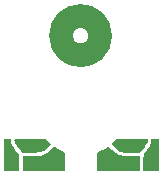
<source format=gbr>
%TF.GenerationSoftware,KiCad,Pcbnew,(5.1.10)-1*%
%TF.CreationDate,2021-10-06T18:31:44-05:00*%
%TF.ProjectId,BYTE_FSR,42595445-5f46-4535-922e-6b696361645f,rev?*%
%TF.SameCoordinates,Original*%
%TF.FileFunction,Soldermask,Bot*%
%TF.FilePolarity,Negative*%
%FSLAX46Y46*%
G04 Gerber Fmt 4.6, Leading zero omitted, Abs format (unit mm)*
G04 Created by KiCad (PCBNEW (5.1.10)-1) date 2021-10-06 18:31:44*
%MOMM*%
%LPD*%
G01*
G04 APERTURE LIST*
%ADD10C,0.010000*%
%ADD11C,2.000000*%
%ADD12C,1.000000*%
G04 APERTURE END LIST*
D10*
%TO.C,J1*%
G36*
X132817299Y-102222708D02*
G01*
X131589632Y-102222708D01*
X131590000Y-101720000D01*
X131591479Y-101507863D01*
X131596700Y-101331731D01*
X131606383Y-101198554D01*
X131970632Y-101198554D01*
X131989767Y-101295196D01*
X132041356Y-101389559D01*
X132116676Y-101469539D01*
X132203466Y-101521653D01*
X132286164Y-101540306D01*
X132381637Y-101541581D01*
X132468733Y-101526059D01*
X132500027Y-101513507D01*
X132557665Y-101466044D01*
X132613039Y-101390776D01*
X132657401Y-101301729D01*
X132680088Y-101224750D01*
X132681651Y-101146240D01*
X132655004Y-101059060D01*
X132651785Y-101051664D01*
X132589024Y-100953318D01*
X132506796Y-100886538D01*
X132412066Y-100849820D01*
X132311799Y-100841663D01*
X132212961Y-100860565D01*
X132122518Y-100905023D01*
X132047435Y-100973536D01*
X131994676Y-101064601D01*
X131971208Y-101176716D01*
X131970632Y-101198554D01*
X131606383Y-101198554D01*
X131607345Y-101185326D01*
X131625098Y-101062370D01*
X131651642Y-100956583D01*
X131688659Y-100861689D01*
X131737834Y-100771408D01*
X131800849Y-100679462D01*
X131879388Y-100579574D01*
X131903594Y-100550284D01*
X132032022Y-100386716D01*
X132129562Y-100239443D01*
X132200007Y-100100484D01*
X132247151Y-99961858D01*
X132274787Y-99815585D01*
X132280951Y-99756476D01*
X132294344Y-99598042D01*
X132817299Y-99598042D01*
X132817299Y-102222708D01*
G37*
X132817299Y-102222708D02*
X131589632Y-102222708D01*
X131590000Y-101720000D01*
X131591479Y-101507863D01*
X131596700Y-101331731D01*
X131606383Y-101198554D01*
X131970632Y-101198554D01*
X131989767Y-101295196D01*
X132041356Y-101389559D01*
X132116676Y-101469539D01*
X132203466Y-101521653D01*
X132286164Y-101540306D01*
X132381637Y-101541581D01*
X132468733Y-101526059D01*
X132500027Y-101513507D01*
X132557665Y-101466044D01*
X132613039Y-101390776D01*
X132657401Y-101301729D01*
X132680088Y-101224750D01*
X132681651Y-101146240D01*
X132655004Y-101059060D01*
X132651785Y-101051664D01*
X132589024Y-100953318D01*
X132506796Y-100886538D01*
X132412066Y-100849820D01*
X132311799Y-100841663D01*
X132212961Y-100860565D01*
X132122518Y-100905023D01*
X132047435Y-100973536D01*
X131994676Y-101064601D01*
X131971208Y-101176716D01*
X131970632Y-101198554D01*
X131606383Y-101198554D01*
X131607345Y-101185326D01*
X131625098Y-101062370D01*
X131651642Y-100956583D01*
X131688659Y-100861689D01*
X131737834Y-100771408D01*
X131800849Y-100679462D01*
X131879388Y-100579574D01*
X131903594Y-100550284D01*
X132032022Y-100386716D01*
X132129562Y-100239443D01*
X132200007Y-100100484D01*
X132247151Y-99961858D01*
X132274787Y-99815585D01*
X132280951Y-99756476D01*
X132294344Y-99598042D01*
X132817299Y-99598042D01*
X132817299Y-102222708D01*
G36*
X128819152Y-100487758D02*
G01*
X129009545Y-100664414D01*
X129203037Y-100812547D01*
X129393245Y-100927549D01*
X129492839Y-100974457D01*
X129576143Y-101003222D01*
X129678331Y-101026585D01*
X129803361Y-101044912D01*
X129955193Y-101058570D01*
X130137785Y-101067924D01*
X130355096Y-101073341D01*
X130581462Y-101075148D01*
X130715484Y-101076163D01*
X130844841Y-101078503D01*
X130959499Y-101081887D01*
X131049422Y-101086034D01*
X131094754Y-101089494D01*
X131224859Y-101103092D01*
X131224859Y-102218895D01*
X127690026Y-102218895D01*
X127690026Y-101227344D01*
X127965083Y-101227344D01*
X127994541Y-101334930D01*
X128060393Y-101432064D01*
X128132868Y-101493433D01*
X128231831Y-101535840D01*
X128340782Y-101539850D01*
X128452431Y-101505714D01*
X128497032Y-101480917D01*
X128590000Y-101400000D01*
X128645705Y-101299159D01*
X128663692Y-101182770D01*
X128648391Y-101077906D01*
X128599423Y-100985924D01*
X128528762Y-100911731D01*
X128428080Y-100847843D01*
X128321629Y-100824806D01*
X128214708Y-100842608D01*
X128112616Y-100901241D01*
X128099170Y-100912567D01*
X128016987Y-101009095D01*
X127972428Y-101116377D01*
X127965083Y-101227344D01*
X127690026Y-101227344D01*
X127690026Y-100801031D01*
X127962344Y-100664572D01*
X128082700Y-100602659D01*
X128210465Y-100534267D01*
X128330582Y-100467606D01*
X128427988Y-100410884D01*
X128430012Y-100409659D01*
X128625361Y-100291204D01*
X128819152Y-100487758D01*
G37*
X128819152Y-100487758D02*
X129009545Y-100664414D01*
X129203037Y-100812547D01*
X129393245Y-100927549D01*
X129492839Y-100974457D01*
X129576143Y-101003222D01*
X129678331Y-101026585D01*
X129803361Y-101044912D01*
X129955193Y-101058570D01*
X130137785Y-101067924D01*
X130355096Y-101073341D01*
X130581462Y-101075148D01*
X130715484Y-101076163D01*
X130844841Y-101078503D01*
X130959499Y-101081887D01*
X131049422Y-101086034D01*
X131094754Y-101089494D01*
X131224859Y-101103092D01*
X131224859Y-102218895D01*
X127690026Y-102218895D01*
X127690026Y-101227344D01*
X127965083Y-101227344D01*
X127994541Y-101334930D01*
X128060393Y-101432064D01*
X128132868Y-101493433D01*
X128231831Y-101535840D01*
X128340782Y-101539850D01*
X128452431Y-101505714D01*
X128497032Y-101480917D01*
X128590000Y-101400000D01*
X128645705Y-101299159D01*
X128663692Y-101182770D01*
X128648391Y-101077906D01*
X128599423Y-100985924D01*
X128528762Y-100911731D01*
X128428080Y-100847843D01*
X128321629Y-100824806D01*
X128214708Y-100842608D01*
X128112616Y-100901241D01*
X128099170Y-100912567D01*
X128016987Y-101009095D01*
X127972428Y-101116377D01*
X127965083Y-101227344D01*
X127690026Y-101227344D01*
X127690026Y-100801031D01*
X127962344Y-100664572D01*
X128082700Y-100602659D01*
X128210465Y-100534267D01*
X128330582Y-100467606D01*
X128427988Y-100410884D01*
X128430012Y-100409659D01*
X128625361Y-100291204D01*
X128819152Y-100487758D01*
G36*
X130554455Y-99597082D02*
G01*
X130778284Y-99597579D01*
X130991465Y-99598570D01*
X131189866Y-99600000D01*
X131369353Y-99601817D01*
X131525793Y-99603964D01*
X131655052Y-99606390D01*
X131752998Y-99609040D01*
X131815496Y-99611859D01*
X131835417Y-99613804D01*
X131887720Y-99625370D01*
X131911623Y-99643534D01*
X131917135Y-99681859D01*
X131915667Y-99722543D01*
X131896628Y-99819502D01*
X131850894Y-99934133D01*
X131783507Y-100056088D01*
X131699508Y-100175024D01*
X131688611Y-100188529D01*
X131624250Y-100268484D01*
X131553759Y-100358270D01*
X131483210Y-100449894D01*
X131418676Y-100535367D01*
X131366229Y-100606697D01*
X131331943Y-100655895D01*
X131325132Y-100666793D01*
X131316164Y-100678577D01*
X131301380Y-100687859D01*
X131276026Y-100694968D01*
X131235346Y-100700235D01*
X131174584Y-100703990D01*
X131088985Y-100706563D01*
X130973793Y-100708286D01*
X130824252Y-100709487D01*
X130700715Y-100710175D01*
X130537576Y-100710348D01*
X130381412Y-100709289D01*
X130239243Y-100707139D01*
X130118091Y-100704038D01*
X130024975Y-100700128D01*
X129966919Y-100695551D01*
X129965580Y-100695377D01*
X129788241Y-100662068D01*
X129628612Y-100609468D01*
X129478150Y-100533073D01*
X129328308Y-100428380D01*
X129170543Y-100290885D01*
X129136786Y-100258568D01*
X129028582Y-100153603D01*
X129970575Y-100153603D01*
X129974130Y-100262688D01*
X130018188Y-100365099D01*
X130101847Y-100458232D01*
X130170628Y-100508546D01*
X130229527Y-100545464D01*
X130268318Y-100563265D01*
X130303466Y-100564151D01*
X130351435Y-100550325D01*
X130388131Y-100537631D01*
X130481042Y-100502497D01*
X130544279Y-100468541D01*
X130589462Y-100427606D01*
X130628209Y-100371537D01*
X130630671Y-100367362D01*
X130673955Y-100255744D01*
X130676392Y-100142845D01*
X130638986Y-100033754D01*
X130562740Y-99933562D01*
X130541163Y-99913491D01*
X130491634Y-99875584D01*
X130443212Y-99856576D01*
X130377460Y-99850437D01*
X130347722Y-99850211D01*
X130216593Y-99867066D01*
X130111535Y-99917090D01*
X130031777Y-100000715D01*
X130008425Y-100040450D01*
X129970575Y-100153603D01*
X129028582Y-100153603D01*
X128914417Y-100042857D01*
X129136289Y-99819360D01*
X129358160Y-99595863D01*
X130554455Y-99597082D01*
G37*
X130554455Y-99597082D02*
X130778284Y-99597579D01*
X130991465Y-99598570D01*
X131189866Y-99600000D01*
X131369353Y-99601817D01*
X131525793Y-99603964D01*
X131655052Y-99606390D01*
X131752998Y-99609040D01*
X131815496Y-99611859D01*
X131835417Y-99613804D01*
X131887720Y-99625370D01*
X131911623Y-99643534D01*
X131917135Y-99681859D01*
X131915667Y-99722543D01*
X131896628Y-99819502D01*
X131850894Y-99934133D01*
X131783507Y-100056088D01*
X131699508Y-100175024D01*
X131688611Y-100188529D01*
X131624250Y-100268484D01*
X131553759Y-100358270D01*
X131483210Y-100449894D01*
X131418676Y-100535367D01*
X131366229Y-100606697D01*
X131331943Y-100655895D01*
X131325132Y-100666793D01*
X131316164Y-100678577D01*
X131301380Y-100687859D01*
X131276026Y-100694968D01*
X131235346Y-100700235D01*
X131174584Y-100703990D01*
X131088985Y-100706563D01*
X130973793Y-100708286D01*
X130824252Y-100709487D01*
X130700715Y-100710175D01*
X130537576Y-100710348D01*
X130381412Y-100709289D01*
X130239243Y-100707139D01*
X130118091Y-100704038D01*
X130024975Y-100700128D01*
X129966919Y-100695551D01*
X129965580Y-100695377D01*
X129788241Y-100662068D01*
X129628612Y-100609468D01*
X129478150Y-100533073D01*
X129328308Y-100428380D01*
X129170543Y-100290885D01*
X129136786Y-100258568D01*
X129028582Y-100153603D01*
X129970575Y-100153603D01*
X129974130Y-100262688D01*
X130018188Y-100365099D01*
X130101847Y-100458232D01*
X130170628Y-100508546D01*
X130229527Y-100545464D01*
X130268318Y-100563265D01*
X130303466Y-100564151D01*
X130351435Y-100550325D01*
X130388131Y-100537631D01*
X130481042Y-100502497D01*
X130544279Y-100468541D01*
X130589462Y-100427606D01*
X130628209Y-100371537D01*
X130630671Y-100367362D01*
X130673955Y-100255744D01*
X130676392Y-100142845D01*
X130638986Y-100033754D01*
X130562740Y-99933562D01*
X130541163Y-99913491D01*
X130491634Y-99875584D01*
X130443212Y-99856576D01*
X130377460Y-99850437D01*
X130347722Y-99850211D01*
X130216593Y-99867066D01*
X130111535Y-99917090D01*
X130031777Y-100000715D01*
X130008425Y-100040450D01*
X129970575Y-100153603D01*
X129028582Y-100153603D01*
X128914417Y-100042857D01*
X129136289Y-99819360D01*
X129358160Y-99595863D01*
X130554455Y-99597082D01*
G36*
X123485545Y-99825432D02*
G01*
X123707417Y-100048998D01*
X123501665Y-100247784D01*
X123413981Y-100330000D01*
X123325475Y-100408697D01*
X123246215Y-100475174D01*
X123186273Y-100520727D01*
X123184165Y-100522163D01*
X123117472Y-100563468D01*
X123046474Y-100598609D01*
X122967021Y-100628214D01*
X122874961Y-100652912D01*
X122766140Y-100673331D01*
X122636408Y-100690099D01*
X122481613Y-100703845D01*
X122297602Y-100715197D01*
X122080223Y-100724783D01*
X121825325Y-100733232D01*
X121781080Y-100734512D01*
X121315242Y-100747769D01*
X121259241Y-100635193D01*
X121218037Y-100564815D01*
X121159203Y-100479546D01*
X121093978Y-100395455D01*
X121079495Y-100378250D01*
X120951398Y-100224664D01*
X120898116Y-100155324D01*
X121971578Y-100155324D01*
X121973832Y-100251932D01*
X122010870Y-100350124D01*
X122076538Y-100440713D01*
X122164680Y-100514513D01*
X122236966Y-100551462D01*
X122297715Y-100563495D01*
X122369673Y-100552939D01*
X122462774Y-100518051D01*
X122484894Y-100507958D01*
X122579159Y-100448510D01*
X122638401Y-100371347D01*
X122666570Y-100269984D01*
X122670250Y-100203566D01*
X122653791Y-100076348D01*
X122606016Y-99975608D01*
X122529330Y-99903903D01*
X122426139Y-99863792D01*
X122343349Y-99855867D01*
X122214960Y-99873929D01*
X122109006Y-99926099D01*
X122029247Y-100009346D01*
X121979442Y-100120645D01*
X121971578Y-100155324D01*
X120898116Y-100155324D01*
X120852065Y-100095395D01*
X120779054Y-99986158D01*
X120729920Y-99892668D01*
X120702220Y-99810639D01*
X120693508Y-99735787D01*
X120695051Y-99704125D01*
X120709234Y-99650479D01*
X120744364Y-99623925D01*
X120754667Y-99620683D01*
X120785091Y-99617977D01*
X120853911Y-99615361D01*
X120957190Y-99612888D01*
X121090990Y-99610608D01*
X121251376Y-99608574D01*
X121434410Y-99606835D01*
X121636153Y-99605444D01*
X121852671Y-99604451D01*
X122035628Y-99603976D01*
X123263673Y-99601867D01*
X123485545Y-99825432D01*
G37*
X123485545Y-99825432D02*
X123707417Y-100048998D01*
X123501665Y-100247784D01*
X123413981Y-100330000D01*
X123325475Y-100408697D01*
X123246215Y-100475174D01*
X123186273Y-100520727D01*
X123184165Y-100522163D01*
X123117472Y-100563468D01*
X123046474Y-100598609D01*
X122967021Y-100628214D01*
X122874961Y-100652912D01*
X122766140Y-100673331D01*
X122636408Y-100690099D01*
X122481613Y-100703845D01*
X122297602Y-100715197D01*
X122080223Y-100724783D01*
X121825325Y-100733232D01*
X121781080Y-100734512D01*
X121315242Y-100747769D01*
X121259241Y-100635193D01*
X121218037Y-100564815D01*
X121159203Y-100479546D01*
X121093978Y-100395455D01*
X121079495Y-100378250D01*
X120951398Y-100224664D01*
X120898116Y-100155324D01*
X121971578Y-100155324D01*
X121973832Y-100251932D01*
X122010870Y-100350124D01*
X122076538Y-100440713D01*
X122164680Y-100514513D01*
X122236966Y-100551462D01*
X122297715Y-100563495D01*
X122369673Y-100552939D01*
X122462774Y-100518051D01*
X122484894Y-100507958D01*
X122579159Y-100448510D01*
X122638401Y-100371347D01*
X122666570Y-100269984D01*
X122670250Y-100203566D01*
X122653791Y-100076348D01*
X122606016Y-99975608D01*
X122529330Y-99903903D01*
X122426139Y-99863792D01*
X122343349Y-99855867D01*
X122214960Y-99873929D01*
X122109006Y-99926099D01*
X122029247Y-100009346D01*
X121979442Y-100120645D01*
X121971578Y-100155324D01*
X120898116Y-100155324D01*
X120852065Y-100095395D01*
X120779054Y-99986158D01*
X120729920Y-99892668D01*
X120702220Y-99810639D01*
X120693508Y-99735787D01*
X120695051Y-99704125D01*
X120709234Y-99650479D01*
X120744364Y-99623925D01*
X120754667Y-99620683D01*
X120785091Y-99617977D01*
X120853911Y-99615361D01*
X120957190Y-99612888D01*
X121090990Y-99610608D01*
X121251376Y-99608574D01*
X121434410Y-99606835D01*
X121636153Y-99605444D01*
X121852671Y-99604451D01*
X122035628Y-99603976D01*
X123263673Y-99601867D01*
X123485545Y-99825432D01*
G36*
X124219710Y-100427500D02*
G01*
X124332528Y-100493516D01*
X124465017Y-100565911D01*
X124597942Y-100634381D01*
X124679821Y-100673934D01*
X124923987Y-100787556D01*
X124923987Y-102217625D01*
X121389154Y-102217625D01*
X121389154Y-101137287D01*
X123981706Y-101137287D01*
X123985643Y-101244462D01*
X124023413Y-101348141D01*
X124093772Y-101440656D01*
X124170693Y-101500267D01*
X124257574Y-101532291D01*
X124360393Y-101539705D01*
X124460754Y-101522657D01*
X124517759Y-101497442D01*
X124585139Y-101434373D01*
X124636504Y-101343310D01*
X124665455Y-101237486D01*
X124669522Y-101183657D01*
X124652430Y-101063944D01*
X124604275Y-100966177D01*
X124531710Y-100893072D01*
X124441385Y-100847343D01*
X124339951Y-100831706D01*
X124234060Y-100848876D01*
X124130361Y-100901566D01*
X124080310Y-100943137D01*
X124012847Y-101034289D01*
X123981706Y-101137287D01*
X121389154Y-101137287D01*
X121389154Y-101099592D01*
X121563779Y-101087811D01*
X121635053Y-101084042D01*
X121740207Y-101079863D01*
X121870792Y-101075542D01*
X122018358Y-101071345D01*
X122174459Y-101067539D01*
X122267571Y-101065577D01*
X122421123Y-101061679D01*
X122567807Y-101056353D01*
X122700000Y-101050000D01*
X122810082Y-101043018D01*
X122890432Y-101035809D01*
X122923225Y-101031168D01*
X123098762Y-100982259D01*
X123276181Y-100900751D01*
X123458735Y-100784656D01*
X123649678Y-100631987D01*
X123791835Y-100500581D01*
X124003765Y-100294687D01*
X124219710Y-100427500D01*
G37*
X124219710Y-100427500D02*
X124332528Y-100493516D01*
X124465017Y-100565911D01*
X124597942Y-100634381D01*
X124679821Y-100673934D01*
X124923987Y-100787556D01*
X124923987Y-102217625D01*
X121389154Y-102217625D01*
X121389154Y-101137287D01*
X123981706Y-101137287D01*
X123985643Y-101244462D01*
X124023413Y-101348141D01*
X124093772Y-101440656D01*
X124170693Y-101500267D01*
X124257574Y-101532291D01*
X124360393Y-101539705D01*
X124460754Y-101522657D01*
X124517759Y-101497442D01*
X124585139Y-101434373D01*
X124636504Y-101343310D01*
X124665455Y-101237486D01*
X124669522Y-101183657D01*
X124652430Y-101063944D01*
X124604275Y-100966177D01*
X124531710Y-100893072D01*
X124441385Y-100847343D01*
X124339951Y-100831706D01*
X124234060Y-100848876D01*
X124130361Y-100901566D01*
X124080310Y-100943137D01*
X124012847Y-101034289D01*
X123981706Y-101137287D01*
X121389154Y-101137287D01*
X121389154Y-101099592D01*
X121563779Y-101087811D01*
X121635053Y-101084042D01*
X121740207Y-101079863D01*
X121870792Y-101075542D01*
X122018358Y-101071345D01*
X122174459Y-101067539D01*
X122267571Y-101065577D01*
X122421123Y-101061679D01*
X122567807Y-101056353D01*
X122700000Y-101050000D01*
X122810082Y-101043018D01*
X122890432Y-101035809D01*
X122923225Y-101031168D01*
X123098762Y-100982259D01*
X123276181Y-100900751D01*
X123458735Y-100784656D01*
X123649678Y-100631987D01*
X123791835Y-100500581D01*
X124003765Y-100294687D01*
X124219710Y-100427500D01*
G36*
X120299030Y-99736151D02*
G01*
X120342040Y-99939770D01*
X120421690Y-100140605D01*
X120539660Y-100342085D01*
X120696040Y-100545776D01*
X120814886Y-100690992D01*
X120903048Y-100812730D01*
X120962717Y-100914181D01*
X120986663Y-100969109D01*
X120996529Y-101016076D01*
X121005069Y-101100000D01*
X121012354Y-101222146D01*
X121018455Y-101383778D01*
X121023443Y-101586163D01*
X121024486Y-101641151D01*
X121035266Y-102239109D01*
X119802167Y-102239109D01*
X119802167Y-101210569D01*
X119958002Y-101210569D01*
X119961400Y-101250612D01*
X120003523Y-101364501D01*
X120073825Y-101455481D01*
X120164965Y-101519727D01*
X120269599Y-101553416D01*
X120380387Y-101552726D01*
X120478561Y-101519922D01*
X120575142Y-101449508D01*
X120637455Y-101354254D01*
X120665556Y-101234076D01*
X120665560Y-101234034D01*
X120656993Y-101113747D01*
X120614295Y-101009248D01*
X120543402Y-100926068D01*
X120450248Y-100869736D01*
X120340771Y-100845781D01*
X120255143Y-100851691D01*
X120169604Y-100885676D01*
X120089672Y-100948672D01*
X120022796Y-101030563D01*
X119976423Y-101121234D01*
X119958002Y-101210569D01*
X119802167Y-101210569D01*
X119802167Y-99614443D01*
X120284122Y-99614443D01*
X120299030Y-99736151D01*
G37*
X120299030Y-99736151D02*
X120342040Y-99939770D01*
X120421690Y-100140605D01*
X120539660Y-100342085D01*
X120696040Y-100545776D01*
X120814886Y-100690992D01*
X120903048Y-100812730D01*
X120962717Y-100914181D01*
X120986663Y-100969109D01*
X120996529Y-101016076D01*
X121005069Y-101100000D01*
X121012354Y-101222146D01*
X121018455Y-101383778D01*
X121023443Y-101586163D01*
X121024486Y-101641151D01*
X121035266Y-102239109D01*
X119802167Y-102239109D01*
X119802167Y-101210569D01*
X119958002Y-101210569D01*
X119961400Y-101250612D01*
X120003523Y-101364501D01*
X120073825Y-101455481D01*
X120164965Y-101519727D01*
X120269599Y-101553416D01*
X120380387Y-101552726D01*
X120478561Y-101519922D01*
X120575142Y-101449508D01*
X120637455Y-101354254D01*
X120665556Y-101234076D01*
X120665560Y-101234034D01*
X120656993Y-101113747D01*
X120614295Y-101009248D01*
X120543402Y-100926068D01*
X120450248Y-100869736D01*
X120340771Y-100845781D01*
X120255143Y-100851691D01*
X120169604Y-100885676D01*
X120089672Y-100948672D01*
X120022796Y-101030563D01*
X119976423Y-101121234D01*
X119958002Y-101210569D01*
X119802167Y-101210569D01*
X119802167Y-99614443D01*
X120284122Y-99614443D01*
X120299030Y-99736151D01*
D11*
X127945597Y-90880000D02*
G75*
G03*
X127945597Y-90880000I-1655597J0D01*
G01*
%TD*%
D12*
%TO.C,J1*%
X120340000Y-101240000D03*
X122390000Y-100240000D03*
X124330000Y-101240000D03*
X128380000Y-101240000D03*
X130350000Y-100240000D03*
X132300000Y-101240000D03*
%TD*%
M02*

</source>
